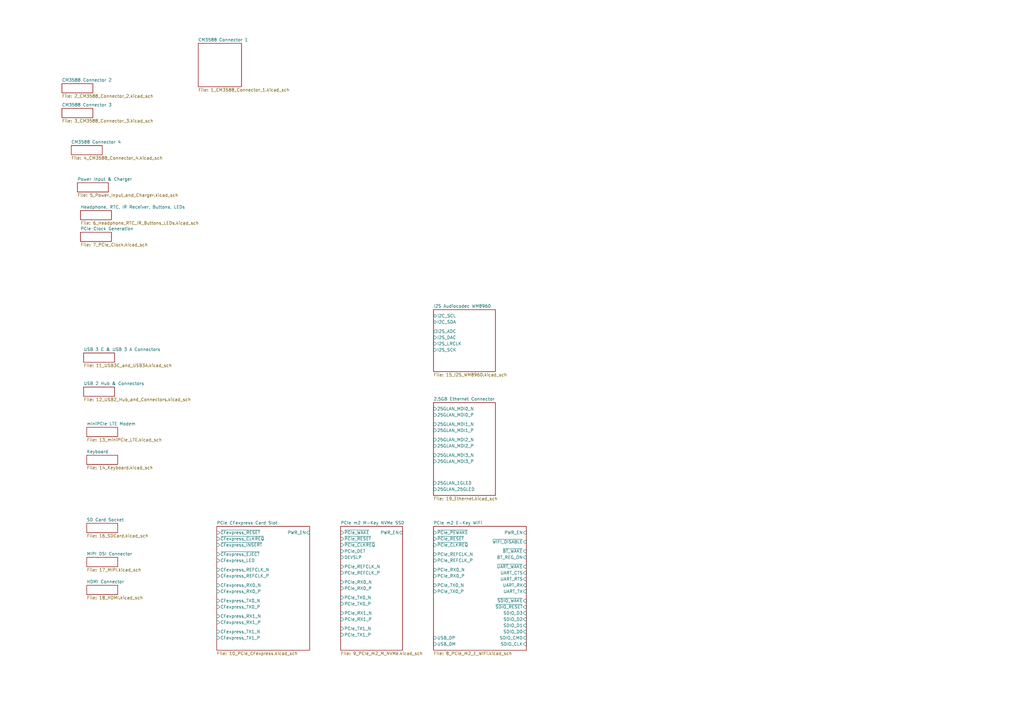
<source format=kicad_sch>
(kicad_sch
	(version 20250114)
	(generator "eeschema")
	(generator_version "9.0")
	(uuid "e8df7ad4-0398-46fe-8df2-22f014c5f1dd")
	(paper "A3")
	(lib_symbols)
	(sheet
		(at 31.75 74.93)
		(size 12.7 3.81)
		(exclude_from_sim no)
		(in_bom yes)
		(on_board yes)
		(dnp no)
		(fields_autoplaced yes)
		(stroke
			(width 0.1524)
			(type solid)
		)
		(fill
			(color 0 0 0 0.0000)
		)
		(uuid "07fa1f4a-4f08-4a00-b91a-2935c9cd6246")
		(property "Sheetname" "Power Input & Charger"
			(at 31.75 74.2184 0)
			(effects
				(font
					(size 1.27 1.27)
				)
				(justify left bottom)
			)
		)
		(property "Sheetfile" "5_Power_Input_and_Charger.kicad_sch"
			(at 31.75 79.3246 0)
			(effects
				(font
					(size 1.27 1.27)
				)
				(justify left top)
			)
		)
		(instances
			(project "mainboard"
				(path "/e8df7ad4-0398-46fe-8df2-22f014c5f1dd"
					(page "5")
				)
			)
		)
	)
	(sheet
		(at 81.28 17.78)
		(size 17.78 17.78)
		(exclude_from_sim no)
		(in_bom yes)
		(on_board yes)
		(dnp no)
		(fields_autoplaced yes)
		(stroke
			(width 0.1524)
			(type solid)
		)
		(fill
			(color 0 0 0 0.0000)
		)
		(uuid "179b20ca-7cf4-4c76-8c3b-b8b4c6c25c72")
		(property "Sheetname" "CM3588 Connector 1"
			(at 81.28 17.0684 0)
			(effects
				(font
					(size 1.27 1.27)
				)
				(justify left bottom)
			)
		)
		(property "Sheetfile" "1_CM3588_Connector_1.kicad_sch"
			(at 81.28 36.1446 0)
			(effects
				(font
					(size 1.27 1.27)
				)
				(justify left top)
			)
		)
		(instances
			(project "mainboard"
				(path "/e8df7ad4-0398-46fe-8df2-22f014c5f1dd"
					(page "1")
				)
			)
		)
	)
	(sheet
		(at 35.56 240.03)
		(size 12.7 3.81)
		(exclude_from_sim no)
		(in_bom yes)
		(on_board yes)
		(dnp no)
		(fields_autoplaced yes)
		(stroke
			(width 0.1524)
			(type solid)
		)
		(fill
			(color 0 0 0 0.0000)
		)
		(uuid "18d9dc9f-f158-4b8c-8c03-4e0e0e17c019")
		(property "Sheetname" "HDMI Connector"
			(at 35.56 239.3184 0)
			(effects
				(font
					(size 1.27 1.27)
				)
				(justify left bottom)
			)
		)
		(property "Sheetfile" "18_HDMI.kicad_sch"
			(at 35.56 244.4246 0)
			(effects
				(font
					(size 1.27 1.27)
				)
				(justify left top)
			)
		)
		(instances
			(project "mainboard"
				(path "/e8df7ad4-0398-46fe-8df2-22f014c5f1dd"
					(page "18")
				)
			)
		)
	)
	(sheet
		(at 33.02 95.25)
		(size 12.7 3.81)
		(exclude_from_sim no)
		(in_bom yes)
		(on_board yes)
		(dnp no)
		(fields_autoplaced yes)
		(stroke
			(width 0.1524)
			(type solid)
		)
		(fill
			(color 0 0 0 0.0000)
		)
		(uuid "484c6dee-af44-4b63-a825-46ce928312ff")
		(property "Sheetname" "PCIe Clock Generation"
			(at 33.02 94.5384 0)
			(effects
				(font
					(size 1.27 1.27)
				)
				(justify left bottom)
			)
		)
		(property "Sheetfile" "7_PCIe_Clock.kicad_sch"
			(at 33.02 99.6446 0)
			(effects
				(font
					(size 1.27 1.27)
				)
				(justify left top)
			)
		)
		(instances
			(project "mainboard"
				(path "/e8df7ad4-0398-46fe-8df2-22f014c5f1dd"
					(page "7")
				)
			)
		)
	)
	(sheet
		(at 139.7 215.9)
		(size 25.4 50.8)
		(exclude_from_sim no)
		(in_bom yes)
		(on_board yes)
		(dnp no)
		(fields_autoplaced yes)
		(stroke
			(width 0.1524)
			(type solid)
		)
		(fill
			(color 0 0 0 0.0000)
		)
		(uuid "6669fa1e-f015-4347-b375-5371b2a452c4")
		(property "Sheetname" "PCIe m2 M-Key NVMe SSD"
			(at 139.7 215.1884 0)
			(effects
				(font
					(size 1.27 1.27)
				)
				(justify left bottom)
			)
		)
		(property "Sheetfile" "9_PCIe_m2_M_NVMe.kicad_sch"
			(at 139.7 267.2846 0)
			(effects
				(font
					(size 1.27 1.27)
				)
				(justify left top)
			)
		)
		(pin "DEVSLP" input
			(at 139.7 228.6 180)
			(uuid "8250a307-5bfc-45cd-bcc1-a8e3b110935a")
			(effects
				(font
					(size 1.27 1.27)
				)
				(justify left)
			)
		)
		(pin "PCIe_DET" input
			(at 139.7 226.06 180)
			(uuid "5d36ab89-ee9c-45f1-9c8f-411f04604c30")
			(effects
				(font
					(size 1.27 1.27)
				)
				(justify left)
			)
		)
		(pin "PCIe_REFCLK_N" input
			(at 139.7 232.41 180)
			(uuid "456707b3-ef8a-449b-b780-e7ea84c2fe0f")
			(effects
				(font
					(size 1.27 1.27)
				)
				(justify left)
			)
		)
		(pin "PCIe_REFCLK_P" input
			(at 139.7 234.95 180)
			(uuid "3a6e22a8-1c33-4ccb-8634-0656c7ed4f73")
			(effects
				(font
					(size 1.27 1.27)
				)
				(justify left)
			)
		)
		(pin "PCIe_RX0_N" input
			(at 139.7 238.76 180)
			(uuid "b36f63ee-dda5-4273-8749-7e370dc55816")
			(effects
				(font
					(size 1.27 1.27)
				)
				(justify left)
			)
		)
		(pin "PCIe_RX0_P" input
			(at 139.7 241.3 180)
			(uuid "79078436-955e-4ba2-b5e9-f0115e164c7e")
			(effects
				(font
					(size 1.27 1.27)
				)
				(justify left)
			)
		)
		(pin "PCIe_RX1_N" input
			(at 139.7 251.46 180)
			(uuid "ab0b778b-3805-4636-8b20-f9d4a643390a")
			(effects
				(font
					(size 1.27 1.27)
				)
				(justify left)
			)
		)
		(pin "PCIe_RX1_P" input
			(at 139.7 254 180)
			(uuid "e44f8fa1-d1ae-449a-b73e-ebcffea75acf")
			(effects
				(font
					(size 1.27 1.27)
				)
				(justify left)
			)
		)
		(pin "PCIe_TX0_N" input
			(at 139.7 245.11 180)
			(uuid "8df59557-ebe2-4399-86e1-76227324d036")
			(effects
				(font
					(size 1.27 1.27)
				)
				(justify left)
			)
		)
		(pin "PCIe_TX0_P" input
			(at 139.7 247.65 180)
			(uuid "a3983adb-1f39-45d9-9b6c-038ef2f9cafd")
			(effects
				(font
					(size 1.27 1.27)
				)
				(justify left)
			)
		)
		(pin "PCIe_TX1_N" input
			(at 139.7 257.81 180)
			(uuid "812bc123-58af-4285-8223-066e31c940f8")
			(effects
				(font
					(size 1.27 1.27)
				)
				(justify left)
			)
		)
		(pin "PCIe_TX1_P" input
			(at 139.7 260.35 180)
			(uuid "5b162702-1ec8-4c70-9286-ab9a493e8c20")
			(effects
				(font
					(size 1.27 1.27)
				)
				(justify left)
			)
		)
		(pin "~{PCIe_CLKREQ}" input
			(at 139.7 223.52 180)
			(uuid "2fdb73b0-335b-4c65-a8b9-7614e14944c7")
			(effects
				(font
					(size 1.27 1.27)
				)
				(justify left)
			)
		)
		(pin "~{PCIe_RESET}" input
			(at 139.7 220.98 180)
			(uuid "2235e878-ea99-4ca6-8bc4-70d78ace0891")
			(effects
				(font
					(size 1.27 1.27)
				)
				(justify left)
			)
		)
		(pin "~{PCIe_WAKE}" input
			(at 139.7 218.44 180)
			(uuid "c7155c23-faf8-4a14-b0f7-6850aad77b01")
			(effects
				(font
					(size 1.27 1.27)
				)
				(justify left)
			)
		)
		(pin "PWR_EN" input
			(at 165.1 218.44 0)
			(uuid "5f32886c-3a2e-49d3-9f05-969676369bbf")
			(effects
				(font
					(size 1.27 1.27)
				)
				(justify right)
			)
		)
		(instances
			(project "mainboard"
				(path "/e8df7ad4-0398-46fe-8df2-22f014c5f1dd"
					(page "9")
				)
			)
		)
	)
	(sheet
		(at 25.4 44.45)
		(size 12.7 3.81)
		(exclude_from_sim no)
		(in_bom yes)
		(on_board yes)
		(dnp no)
		(fields_autoplaced yes)
		(stroke
			(width 0.1524)
			(type solid)
		)
		(fill
			(color 0 0 0 0.0000)
		)
		(uuid "68a2b222-807f-4ee1-877f-9299e0573b20")
		(property "Sheetname" "CM3588 Connector 3"
			(at 25.4 43.7384 0)
			(effects
				(font
					(size 1.27 1.27)
				)
				(justify left bottom)
			)
		)
		(property "Sheetfile" "3_CM3588_Connector_3.kicad_sch"
			(at 25.4 48.8446 0)
			(effects
				(font
					(size 1.27 1.27)
				)
				(justify left top)
			)
		)
		(instances
			(project "mainboard"
				(path "/e8df7ad4-0398-46fe-8df2-22f014c5f1dd"
					(page "3")
				)
			)
		)
	)
	(sheet
		(at 35.56 175.26)
		(size 12.7 3.81)
		(exclude_from_sim no)
		(in_bom yes)
		(on_board yes)
		(dnp no)
		(fields_autoplaced yes)
		(stroke
			(width 0.1524)
			(type solid)
		)
		(fill
			(color 0 0 0 0.0000)
		)
		(uuid "8644110b-fd44-4bf7-8252-8da3b2442694")
		(property "Sheetname" "miniPCIe LTE Modem"
			(at 35.56 174.5484 0)
			(effects
				(font
					(size 1.27 1.27)
				)
				(justify left bottom)
			)
		)
		(property "Sheetfile" "13_miniPCIe_LTE.kicad_sch"
			(at 35.56 179.6546 0)
			(effects
				(font
					(size 1.27 1.27)
				)
				(justify left top)
			)
		)
		(instances
			(project "mainboard"
				(path "/e8df7ad4-0398-46fe-8df2-22f014c5f1dd"
					(page "13")
				)
			)
		)
	)
	(sheet
		(at 35.56 214.63)
		(size 12.7 3.81)
		(exclude_from_sim no)
		(in_bom yes)
		(on_board yes)
		(dnp no)
		(fields_autoplaced yes)
		(stroke
			(width 0.1524)
			(type solid)
		)
		(fill
			(color 0 0 0 0.0000)
		)
		(uuid "8986aa19-15b1-4e69-80f7-caad2369fd75")
		(property "Sheetname" "SD Card Socket"
			(at 35.56 213.9184 0)
			(effects
				(font
					(size 1.27 1.27)
				)
				(justify left bottom)
			)
		)
		(property "Sheetfile" "16_SDCard.kicad_sch"
			(at 35.56 219.0246 0)
			(effects
				(font
					(size 1.27 1.27)
				)
				(justify left top)
			)
		)
		(instances
			(project "mainboard"
				(path "/e8df7ad4-0398-46fe-8df2-22f014c5f1dd"
					(page "16")
				)
			)
		)
	)
	(sheet
		(at 34.29 158.75)
		(size 12.7 3.81)
		(exclude_from_sim no)
		(in_bom yes)
		(on_board yes)
		(dnp no)
		(fields_autoplaced yes)
		(stroke
			(width 0.1524)
			(type solid)
		)
		(fill
			(color 0 0 0 0.0000)
		)
		(uuid "8cfb5e11-a71f-45fa-8675-4058f56774f6")
		(property "Sheetname" "USB 2 Hub & Connectors"
			(at 34.29 158.0384 0)
			(effects
				(font
					(size 1.27 1.27)
				)
				(justify left bottom)
			)
		)
		(property "Sheetfile" "12_USB2_Hub_and_Connectors.kicad_sch"
			(at 34.29 163.1446 0)
			(effects
				(font
					(size 1.27 1.27)
				)
				(justify left top)
			)
		)
		(instances
			(project "mainboard"
				(path "/e8df7ad4-0398-46fe-8df2-22f014c5f1dd"
					(page "12")
				)
			)
		)
	)
	(sheet
		(at 35.56 228.6)
		(size 12.7 3.81)
		(exclude_from_sim no)
		(in_bom yes)
		(on_board yes)
		(dnp no)
		(fields_autoplaced yes)
		(stroke
			(width 0.1524)
			(type solid)
		)
		(fill
			(color 0 0 0 0.0000)
		)
		(uuid "92c68f36-3049-4ded-92bc-6a7d51e36adb")
		(property "Sheetname" "MIPI DSI Connector"
			(at 35.56 227.8884 0)
			(effects
				(font
					(size 1.27 1.27)
				)
				(justify left bottom)
			)
		)
		(property "Sheetfile" "17_MIPI.kicad_sch"
			(at 35.56 232.9946 0)
			(effects
				(font
					(size 1.27 1.27)
				)
				(justify left top)
			)
		)
		(instances
			(project "mainboard"
				(path "/e8df7ad4-0398-46fe-8df2-22f014c5f1dd"
					(page "17")
				)
			)
		)
	)
	(sheet
		(at 29.21 59.69)
		(size 12.7 3.81)
		(exclude_from_sim no)
		(in_bom yes)
		(on_board yes)
		(dnp no)
		(fields_autoplaced yes)
		(stroke
			(width 0.1524)
			(type solid)
		)
		(fill
			(color 0 0 0 0.0000)
		)
		(uuid "98643362-4360-4082-9fcf-14e673c38aa5")
		(property "Sheetname" "CM3588 Connector 4"
			(at 29.21 58.9784 0)
			(effects
				(font
					(size 1.27 1.27)
				)
				(justify left bottom)
			)
		)
		(property "Sheetfile" "4_CM3588_Connector_4.kicad_sch"
			(at 29.21 64.0846 0)
			(effects
				(font
					(size 1.27 1.27)
				)
				(justify left top)
			)
		)
		(instances
			(project "mainboard"
				(path "/e8df7ad4-0398-46fe-8df2-22f014c5f1dd"
					(page "4")
				)
			)
		)
	)
	(sheet
		(at 177.8 165.1)
		(size 25.4 38.1)
		(exclude_from_sim no)
		(in_bom yes)
		(on_board yes)
		(dnp no)
		(fields_autoplaced yes)
		(stroke
			(width 0.1524)
			(type solid)
		)
		(fill
			(color 0 0 0 0.0000)
		)
		(uuid "a5e27188-7231-4ab7-9c42-d430df737766")
		(property "Sheetname" "2.5GB Ethernet Connector"
			(at 177.8 164.3884 0)
			(effects
				(font
					(size 1.27 1.27)
				)
				(justify left bottom)
			)
		)
		(property "Sheetfile" "19_Ethernet.kicad_sch"
			(at 177.8 203.7846 0)
			(effects
				(font
					(size 1.27 1.27)
				)
				(justify left top)
			)
		)
		(pin "25GLAN_1GLED" input
			(at 177.8 198.12 180)
			(uuid "ea970541-ad9d-4d0d-8547-911cd1b37aa9")
			(effects
				(font
					(size 1.27 1.27)
				)
				(justify left)
			)
		)
		(pin "25GLAN_25GLED" input
			(at 177.8 200.66 180)
			(uuid "24cd0925-74b4-4560-a33f-7ae7e76c3a3e")
			(effects
				(font
					(size 1.27 1.27)
				)
				(justify left)
			)
		)
		(pin "25GLAN_MDI0_N" input
			(at 177.8 167.64 180)
			(uuid "f4af2d9b-10aa-40d9-9350-e6784521ac08")
			(effects
				(font
					(size 1.27 1.27)
				)
				(justify left)
			)
		)
		(pin "25GLAN_MDI0_P" input
			(at 177.8 170.18 180)
			(uuid "8dc62061-0699-45aa-8299-c65240602a1a")
			(effects
				(font
					(size 1.27 1.27)
				)
				(justify left)
			)
		)
		(pin "25GLAN_MDI1_N" input
			(at 177.8 173.99 180)
			(uuid "43d26a30-eace-40b0-aa03-d92c1c451f27")
			(effects
				(font
					(size 1.27 1.27)
				)
				(justify left)
			)
		)
		(pin "25GLAN_MDI1_P" input
			(at 177.8 176.53 180)
			(uuid "be8f7c3b-1e68-430d-85c9-d46a41f163fc")
			(effects
				(font
					(size 1.27 1.27)
				)
				(justify left)
			)
		)
		(pin "25GLAN_MDI2_N" input
			(at 177.8 180.34 180)
			(uuid "d967f382-784f-41fb-b4e8-dee48dc0690a")
			(effects
				(font
					(size 1.27 1.27)
				)
				(justify left)
			)
		)
		(pin "25GLAN_MDI2_P" input
			(at 177.8 182.88 180)
			(uuid "c38142cb-b0fb-4b38-9cc8-5fc01535ef0e")
			(effects
				(font
					(size 1.27 1.27)
				)
				(justify left)
			)
		)
		(pin "25GLAN_MDI3_N" input
			(at 177.8 186.69 180)
			(uuid "f5e953cf-b5bc-460c-a839-2c64b5e03602")
			(effects
				(font
					(size 1.27 1.27)
				)
				(justify left)
			)
		)
		(pin "25GLAN_MDI3_P" input
			(at 177.8 189.23 180)
			(uuid "f14274d4-a744-4264-9042-6c9ae352287b")
			(effects
				(font
					(size 1.27 1.27)
				)
				(justify left)
			)
		)
		(instances
			(project "mainboard"
				(path "/e8df7ad4-0398-46fe-8df2-22f014c5f1dd"
					(page "19")
				)
			)
		)
	)
	(sheet
		(at 177.8 215.9)
		(size 38.1 50.8)
		(exclude_from_sim no)
		(in_bom yes)
		(on_board yes)
		(dnp no)
		(fields_autoplaced yes)
		(stroke
			(width 0.1524)
			(type solid)
		)
		(fill
			(color 0 0 0 0.0000)
		)
		(uuid "a6c4e84f-5700-4370-a676-0959800a711a")
		(property "Sheetname" "PCIe m2 E-Key WiFi"
			(at 177.8 215.1884 0)
			(effects
				(font
					(size 1.27 1.27)
				)
				(justify left bottom)
			)
		)
		(property "Sheetfile" "8_PCIe_m2_E_WiFi.kicad_sch"
			(at 177.8 267.2846 0)
			(effects
				(font
					(size 1.27 1.27)
				)
				(justify left top)
			)
		)
		(pin "BT_REG_ON" input
			(at 215.9 228.6 0)
			(uuid "a419b7ef-d2ce-48c8-9df0-fcf1a3ee2669")
			(effects
				(font
					(size 1.27 1.27)
				)
				(justify right)
			)
		)
		(pin "PCIe_REFCLK_N" input
			(at 177.8 227.33 180)
			(uuid "ca33330a-3ba5-40ef-bc00-d2d7c19c15d3")
			(effects
				(font
					(size 1.27 1.27)
				)
				(justify left)
			)
		)
		(pin "PCIe_REFCLK_P" input
			(at 177.8 229.87 180)
			(uuid "61da3f16-0238-4bb8-a176-9311cc4d7c2b")
			(effects
				(font
					(size 1.27 1.27)
				)
				(justify left)
			)
		)
		(pin "PCIe_RX0_N" input
			(at 177.8 233.68 180)
			(uuid "8228758c-c887-4d14-aa2c-d1df368fa549")
			(effects
				(font
					(size 1.27 1.27)
				)
				(justify left)
			)
		)
		(pin "PCIe_RX0_P" input
			(at 177.8 236.22 180)
			(uuid "dfc69cb8-e98f-4d79-8e62-5d3b37eecdea")
			(effects
				(font
					(size 1.27 1.27)
				)
				(justify left)
			)
		)
		(pin "PCIe_TX0_N" input
			(at 177.8 240.03 180)
			(uuid "78154470-766a-439c-8d1c-92322baaa908")
			(effects
				(font
					(size 1.27 1.27)
				)
				(justify left)
			)
		)
		(pin "PCIe_TX0_P" input
			(at 177.8 242.57 180)
			(uuid "503d3434-3c92-4a17-8739-9187ca703ca5")
			(effects
				(font
					(size 1.27 1.27)
				)
				(justify left)
			)
		)
		(pin "PWR_EN" input
			(at 215.9 218.44 0)
			(uuid "a7721f1a-3755-4947-91e0-d0b49bc47497")
			(effects
				(font
					(size 1.27 1.27)
				)
				(justify right)
			)
		)
		(pin "SDIO_CLK" input
			(at 215.9 264.16 0)
			(uuid "89183d58-0cbf-45e9-998f-97e595956f39")
			(effects
				(font
					(size 1.27 1.27)
				)
				(justify right)
			)
		)
		(pin "SDIO_CMD" input
			(at 215.9 261.62 0)
			(uuid "3bb7f4f1-9a71-4b78-b11b-4ca417f19018")
			(effects
				(font
					(size 1.27 1.27)
				)
				(justify right)
			)
		)
		(pin "SDIO_D0" input
			(at 215.9 259.08 0)
			(uuid "499148c3-e452-4ed6-b36a-c0e2089c3a94")
			(effects
				(font
					(size 1.27 1.27)
				)
				(justify right)
			)
		)
		(pin "SDIO_D1" input
			(at 215.9 256.54 0)
			(uuid "1400c6b0-63da-4346-9fb5-4902b32a7de9")
			(effects
				(font
					(size 1.27 1.27)
				)
				(justify right)
			)
		)
		(pin "SDIO_D2" input
			(at 215.9 254 0)
			(uuid "37efb270-c9d5-4b1b-be84-7619150bb51b")
			(effects
				(font
					(size 1.27 1.27)
				)
				(justify right)
			)
		)
		(pin "SDIO_D3" input
			(at 215.9 251.46 0)
			(uuid "1dee3050-9556-46d2-a108-a109e34b8695")
			(effects
				(font
					(size 1.27 1.27)
				)
				(justify right)
			)
		)
		(pin "UART_CTS" input
			(at 215.9 234.95 0)
			(uuid "b651bca2-48fb-403b-8841-d46b695d6cfc")
			(effects
				(font
					(size 1.27 1.27)
				)
				(justify right)
			)
		)
		(pin "UART_RTS" input
			(at 215.9 237.49 0)
			(uuid "178e3ca4-fb21-4b7a-a25a-558444f803c6")
			(effects
				(font
					(size 1.27 1.27)
				)
				(justify right)
			)
		)
		(pin "UART_RX" input
			(at 215.9 240.03 0)
			(uuid "2f9ac340-3503-4c65-8831-74bdd8592184")
			(effects
				(font
					(size 1.27 1.27)
				)
				(justify right)
			)
		)
		(pin "UART_TX" input
			(at 215.9 242.57 0)
			(uuid "1c71a551-eee1-48d4-b955-f9bc9aa211b6")
			(effects
				(font
					(size 1.27 1.27)
				)
				(justify right)
			)
		)
		(pin "USB_DM" input
			(at 177.8 264.16 180)
			(uuid "c0331a03-48c8-4488-8c45-a89ec165729c")
			(effects
				(font
					(size 1.27 1.27)
				)
				(justify left)
			)
		)
		(pin "USB_DP" input
			(at 177.8 261.62 180)
			(uuid "acb8ba47-8f80-4fa0-be1d-36d1669db348")
			(effects
				(font
					(size 1.27 1.27)
				)
				(justify left)
			)
		)
		(pin "~{BT_WAKE}" input
			(at 215.9 226.06 0)
			(uuid "a216ab39-c948-4b57-9a98-3bd3e87d2e01")
			(effects
				(font
					(size 1.27 1.27)
				)
				(justify right)
			)
		)
		(pin "~{PCIe_CLKREQ}" input
			(at 177.8 223.52 180)
			(uuid "4bff014c-8b0d-48a3-b158-8f9f6e4951ad")
			(effects
				(font
					(size 1.27 1.27)
				)
				(justify left)
			)
		)
		(pin "~{PCIe_PEWAKE}" input
			(at 177.8 218.44 180)
			(uuid "d7264f83-4ba1-489e-9a91-27a7834d0ff4")
			(effects
				(font
					(size 1.27 1.27)
				)
				(justify left)
			)
		)
		(pin "~{PCIe_RESET}" input
			(at 177.8 220.98 180)
			(uuid "b58f351d-6c24-407f-a647-c139a0292561")
			(effects
				(font
					(size 1.27 1.27)
				)
				(justify left)
			)
		)
		(pin "~{SDIO_RESET}" input
			(at 215.9 248.92 0)
			(uuid "dee584bb-8033-4eeb-b90d-86d151453088")
			(effects
				(font
					(size 1.27 1.27)
				)
				(justify right)
			)
		)
		(pin "~{SDIO_WAKE}" input
			(at 215.9 246.38 0)
			(uuid "ddb31367-03bd-4df6-b0ba-7254b66df4d9")
			(effects
				(font
					(size 1.27 1.27)
				)
				(justify right)
			)
		)
		(pin "~{UART_WAKE}" input
			(at 215.9 232.41 0)
			(uuid "ed4b98d1-e965-49cc-8add-ab57c8718b2c")
			(effects
				(font
					(size 1.27 1.27)
				)
				(justify right)
			)
		)
		(pin "~{WIFI_DISABLE}" input
			(at 215.9 222.25 0)
			(uuid "20ceb7d5-05bb-4826-b8b7-95f4ba3358d9")
			(effects
				(font
					(size 1.27 1.27)
				)
				(justify right)
			)
		)
		(instances
			(project "mainboard"
				(path "/e8df7ad4-0398-46fe-8df2-22f014c5f1dd"
					(page "8")
				)
			)
		)
	)
	(sheet
		(at 177.8 127)
		(size 25.4 25.4)
		(exclude_from_sim no)
		(in_bom yes)
		(on_board yes)
		(dnp no)
		(fields_autoplaced yes)
		(stroke
			(width 0.1524)
			(type solid)
		)
		(fill
			(color 0 0 0 0.0000)
		)
		(uuid "b257af20-c8e7-4b15-a490-5e02f5f9fd5b")
		(property "Sheetname" "I2S Audiocodec WM8960"
			(at 177.8 126.2884 0)
			(effects
				(font
					(size 1.27 1.27)
				)
				(justify left bottom)
			)
		)
		(property "Sheetfile" "15_I2S_WM8960.kicad_sch"
			(at 177.8 152.9846 0)
			(effects
				(font
					(size 1.27 1.27)
				)
				(justify left top)
			)
		)
		(pin "I2C_SCL" bidirectional
			(at 177.8 129.54 180)
			(uuid "979cdd8e-a106-445d-b8a7-48f177e59667")
			(effects
				(font
					(size 1.27 1.27)
				)
				(justify left)
			)
		)
		(pin "I2C_SDA" bidirectional
			(at 177.8 132.08 180)
			(uuid "282c9627-54b5-4aa2-bee8-89a08e502522")
			(effects
				(font
					(size 1.27 1.27)
				)
				(justify left)
			)
		)
		(pin "I2S_ADC" output
			(at 177.8 135.89 180)
			(uuid "a05cbe98-0618-446b-883e-d0c320231d4f")
			(effects
				(font
					(size 1.27 1.27)
				)
				(justify left)
			)
		)
		(pin "I2S_DAC" input
			(at 177.8 138.43 180)
			(uuid "b2c31b22-7b40-4714-bd58-1e419d037485")
			(effects
				(font
					(size 1.27 1.27)
				)
				(justify left)
			)
		)
		(pin "I2S_LRCLK" input
			(at 177.8 140.97 180)
			(uuid "db7ee098-c218-4701-9252-75e9f0dd2637")
			(effects
				(font
					(size 1.27 1.27)
				)
				(justify left)
			)
		)
		(pin "I2S_SCK" input
			(at 177.8 143.51 180)
			(uuid "29494526-8279-4f0f-9c50-01e51fd57fc1")
			(effects
				(font
					(size 1.27 1.27)
				)
				(justify left)
			)
		)
		(instances
			(project "mainboard"
				(path "/e8df7ad4-0398-46fe-8df2-22f014c5f1dd"
					(page "15")
				)
			)
		)
	)
	(sheet
		(at 34.29 144.78)
		(size 12.7 3.81)
		(exclude_from_sim no)
		(in_bom yes)
		(on_board yes)
		(dnp no)
		(fields_autoplaced yes)
		(stroke
			(width 0.1524)
			(type solid)
		)
		(fill
			(color 0 0 0 0.0000)
		)
		(uuid "b40728d0-bb26-4ad0-892e-a0f99316494b")
		(property "Sheetname" "USB 3 C & USB 3 A Connectors"
			(at 34.29 144.0684 0)
			(effects
				(font
					(size 1.27 1.27)
				)
				(justify left bottom)
			)
		)
		(property "Sheetfile" "11_USB3C_and_USB3A.kicad_sch"
			(at 34.29 149.1746 0)
			(effects
				(font
					(size 1.27 1.27)
				)
				(justify left top)
			)
		)
		(instances
			(project "mainboard"
				(path "/e8df7ad4-0398-46fe-8df2-22f014c5f1dd"
					(page "11")
				)
			)
		)
	)
	(sheet
		(at 35.56 186.69)
		(size 12.7 3.81)
		(exclude_from_sim no)
		(in_bom yes)
		(on_board yes)
		(dnp no)
		(fields_autoplaced yes)
		(stroke
			(width 0.1524)
			(type solid)
		)
		(fill
			(color 0 0 0 0.0000)
		)
		(uuid "b53c68d6-890a-48ca-a848-4e830d0e96f7")
		(property "Sheetname" "Keyboard"
			(at 35.56 185.9784 0)
			(effects
				(font
					(size 1.27 1.27)
				)
				(justify left bottom)
			)
		)
		(property "Sheetfile" "14_Keyboard.kicad_sch"
			(at 35.56 191.0846 0)
			(effects
				(font
					(size 1.27 1.27)
				)
				(justify left top)
			)
		)
		(instances
			(project "mainboard"
				(path "/e8df7ad4-0398-46fe-8df2-22f014c5f1dd"
					(page "14")
				)
			)
		)
	)
	(sheet
		(at 25.4 34.29)
		(size 12.7 3.81)
		(exclude_from_sim no)
		(in_bom yes)
		(on_board yes)
		(dnp no)
		(fields_autoplaced yes)
		(stroke
			(width 0.1524)
			(type solid)
		)
		(fill
			(color 0 0 0 0.0000)
		)
		(uuid "bcd9a7a9-7c30-4b20-85c5-75455db96f45")
		(property "Sheetname" "CM3588 Connector 2"
			(at 25.4 33.5784 0)
			(effects
				(font
					(size 1.27 1.27)
				)
				(justify left bottom)
			)
		)
		(property "Sheetfile" "2_CM3588_Connector_2.kicad_sch"
			(at 25.4 38.6846 0)
			(effects
				(font
					(size 1.27 1.27)
				)
				(justify left top)
			)
		)
		(instances
			(project "mainboard"
				(path "/e8df7ad4-0398-46fe-8df2-22f014c5f1dd"
					(page "2")
				)
			)
		)
	)
	(sheet
		(at 33.02 86.36)
		(size 12.7 3.81)
		(exclude_from_sim no)
		(in_bom yes)
		(on_board yes)
		(dnp no)
		(fields_autoplaced yes)
		(stroke
			(width 0.1524)
			(type solid)
		)
		(fill
			(color 0 0 0 0.0000)
		)
		(uuid "c1c653fe-8be5-421f-be33-d886be37e0a5")
		(property "Sheetname" "Headphone, RTC, IR Receiver, Buttons, LEDs"
			(at 33.02 85.6484 0)
			(effects
				(font
					(size 1.27 1.27)
				)
				(justify left bottom)
			)
		)
		(property "Sheetfile" "6_Headphone_RTC_IR_Buttons_LEDs.kicad_sch"
			(at 33.02 90.7546 0)
			(effects
				(font
					(size 1.27 1.27)
				)
				(justify left top)
			)
		)
		(instances
			(project "mainboard"
				(path "/e8df7ad4-0398-46fe-8df2-22f014c5f1dd"
					(page "6")
				)
			)
		)
	)
	(sheet
		(at 88.9 215.9)
		(size 38.1 50.8)
		(exclude_from_sim no)
		(in_bom yes)
		(on_board yes)
		(dnp no)
		(fields_autoplaced yes)
		(stroke
			(width 0.1524)
			(type solid)
		)
		(fill
			(color 0 0 0 0.0000)
		)
		(uuid "e7fb8ba8-ec6e-4e12-955d-f90b904d700b")
		(property "Sheetname" "PCIe CFexpress Card Slot"
			(at 88.9 215.1884 0)
			(effects
				(font
					(size 1.27 1.27)
				)
				(justify left bottom)
			)
		)
		(property "Sheetfile" "10_PCIe_CFexpress.kicad_sch"
			(at 88.9 267.2846 0)
			(effects
				(font
					(size 1.27 1.27)
				)
				(justify left top)
			)
		)
		(pin "CFexpress_LED" input
			(at 88.9 229.87 180)
			(uuid "7f20fd53-5c32-46c7-b616-9394b4b3e450")
			(effects
				(font
					(size 1.27 1.27)
				)
				(justify left)
			)
		)
		(pin "CFexpress_REFCLK_N" input
			(at 88.9 233.68 180)
			(uuid "7e10c469-c2e8-4fbc-bf63-6def32290df0")
			(effects
				(font
					(size 1.27 1.27)
				)
				(justify left)
			)
		)
		(pin "CFexpress_REFCLK_P" input
			(at 88.9 236.22 180)
			(uuid "80328fbd-27ed-4350-b2df-5d329539f5d0")
			(effects
				(font
					(size 1.27 1.27)
				)
				(justify left)
			)
		)
		(pin "CFexpress_RX0_N" input
			(at 88.9 240.03 180)
			(uuid "49e4fc59-f62d-4421-b763-532a156bf865")
			(effects
				(font
					(size 1.27 1.27)
				)
				(justify left)
			)
		)
		(pin "CFexpress_RX0_P" input
			(at 88.9 242.57 180)
			(uuid "7c7c7e1f-908c-4b2b-8902-8a5360534190")
			(effects
				(font
					(size 1.27 1.27)
				)
				(justify left)
			)
		)
		(pin "CFexpress_RX1_N" input
			(at 88.9 252.73 180)
			(uuid "cb54363a-bc1f-465d-94e8-91913d6b4ed9")
			(effects
				(font
					(size 1.27 1.27)
				)
				(justify left)
			)
		)
		(pin "CFexpress_RX1_P" input
			(at 88.9 255.27 180)
			(uuid "4b31b07c-8cde-4dc5-9e19-b1f99c03a64a")
			(effects
				(font
					(size 1.27 1.27)
				)
				(justify left)
			)
		)
		(pin "CFexpress_TX0_N" input
			(at 88.9 246.38 180)
			(uuid "10b39ea9-36d1-43c3-a67d-d821fbee7866")
			(effects
				(font
					(size 1.27 1.27)
				)
				(justify left)
			)
		)
		(pin "CFexpress_TX0_P" input
			(at 88.9 248.92 180)
			(uuid "ef0dc058-10cb-4ef3-bae6-cea37af5df9d")
			(effects
				(font
					(size 1.27 1.27)
				)
				(justify left)
			)
		)
		(pin "CFexpress_TX1_N" input
			(at 88.9 259.08 180)
			(uuid "6f464b3b-a1b2-4177-9975-08719072dda4")
			(effects
				(font
					(size 1.27 1.27)
				)
				(justify left)
			)
		)
		(pin "CFexpress_TX1_P" input
			(at 88.9 261.62 180)
			(uuid "93691a62-0368-4fb0-8b45-f5aa322d7f33")
			(effects
				(font
					(size 1.27 1.27)
				)
				(justify left)
			)
		)
		(pin "PWR_EN" input
			(at 127 218.44 0)
			(uuid "516b7fcc-9a5d-4115-9565-ec92c8d13f6f")
			(effects
				(font
					(size 1.27 1.27)
				)
				(justify right)
			)
		)
		(pin "~{CFexpress_CLKREQ}" input
			(at 88.9 220.98 180)
			(uuid "6fb83433-80e5-4f96-9cbb-b6eaa9df4008")
			(effects
				(font
					(size 1.27 1.27)
				)
				(justify left)
			)
		)
		(pin "~{CFexpress_EJECT}" input
			(at 88.9 227.33 180)
			(uuid "420f5366-b413-4ae5-a049-b67cdfcd3500")
			(effects
				(font
					(size 1.27 1.27)
				)
				(justify left)
			)
		)
		(pin "~{CFexpress_INSERT}" input
			(at 88.9 223.52 180)
			(uuid "78021add-48f5-4ec4-b090-055a8e694479")
			(effects
				(font
					(size 1.27 1.27)
				)
				(justify left)
			)
		)
		(pin "~{CFexpress_RESET}" input
			(at 88.9 218.44 180)
			(uuid "0218519a-c719-44e0-b0f8-848d386f7a95")
			(effects
				(font
					(size 1.27 1.27)
				)
				(justify left)
			)
		)
		(instances
			(project "mainboard"
				(path "/e8df7ad4-0398-46fe-8df2-22f014c5f1dd"
					(page "10")
				)
			)
		)
	)
	(sheet_instances
		(path "/"
			(page "0")
		)
	)
	(embedded_fonts no)
	(embedded_files
		(file
			(name "A3_ISO5457-1999_ISO7200-2004-compact_EN.kicad_wks")
			(type worksheet)
			(data |KLUv/WBhIyUiACaqeCUQrbgB3wq561/zHS4DZ1bsoBEJEmVkiIiIKJO/3MeAqqqGgFIBcQBqAGkA
				y90R8ouOsTYnc+DiJXsjuwQlLJgi8eqtbrelDURyRpvp0pweHzWF/ny+YrT5hzsWrE55JEb/4ZMy
				/U+Smp4nEmgyzbZKkGQ+lIePeNQ0dlYnD4EkXIIipmkOq09A1Vv8GaUq7xWjCvCV6fJEDy55KCas
				52J0IzT3AW8bcGw4yAWLH8Mtx5CNJWO5WDZLZrksIy8I13vtXLfGjPFarnv6S/7QSwT6qgKxFqMv
				TZFWaGOtJorR5i3esGDWt/jLn3C+6eZsc7LVqxeEvQzh9kYJ5ZOuSSYXS9lrcYwBPj3iU6PnAUmT
				hzc0rQ25tcYX4DzlEPVIQpU0UZU7AmLcBhlybNYMNtbYW8jKze3r9noZt11RIYvqlptBhqz7Whfy
				gswUP3ltVP/npymbVZdb42Z19WJhtHpW6C4sWJokl2ii4HzTzdYzAM1zmK1TECBgWBxXYxc0WI49
				R2u3DcZaQ20OfKyBFzeW01GZ43YQiPzuE4bmPN4mkZ4EZrFSVZBGJvV/tkEnwh2O3+tlPh5RVIVB
				Bzx6iDFXVf75qm2jLq8vOaXymAwei5gmRTEcr4tUiP/js/FY+0MKgUmowXBLRkSSpKCQ5vERIYgw
				W3UySAwDIRTDARlIMRhCIZJDAiIggiIkxCBjTgXmAwRYtcuOPfmcfE+UZp3iNJq0sGNgjzFCXpi1
				1JnEVh8YhGH6FRRskCwCdUxrSdKXaESAhBcT9B7vNZqYihTW45d4+WJK/8maE2nhs922Ehdik8p2
				KIBItOZsadcyeuTIoXTSwHaBULl8zL5Mq6y0VyE7+/ws/BJqyZAL/t1mVbRHodIbeGfsOnAVqxlp
				LreH/CjzWsWr/Q9CejwLZ9WLlm0AmJlUtJrRYtPBNIFPVMcypMxjFLLNxSRJWnyBTp4zBql26/9V
				M1dOuQYRGZjCtqSiyf7WNjQvhcCdteVlFFAgHqe/UYRosQMXJGoOqo0ztK9Adc0UpxL1vFtB7BC8
				toG+yKNFw8bJm72toMmoVumH7fvFefn8ze5//gJI+uYPLHcx9AbuLf+LdqQi7p+GHrH+iyPU+/UQ
				+n0VhHq+HkJ/r4JQ10sQyuss6E75+yBz7JaUnEhOLC3hhEwi4ByRBkoeEXGrmROTbhLT5B30Y+Iw
				eLixSl3p8iNeLYdBqw4hDlM9hhOl2hsnBxmEPoR3SFnmUw4iBDUwH5mT2afZv/70nLEIkrB0tUJP
				8Dp+DhSLnEV3/XoO5dseUOT0t8gnDjjYbz1iHBp3aUCv4SWbI1U5CWImEFlAuq/BTbDWUNSNwXzL
				aEyt9T1oeoQ+olH+W2P6Wr5S5lNY09aaoE8WtwOGWhBFuI0FTqaMfEFtSCVqV6LqeFPaRSg7PwFv
				65oXP5wdimnw5YX7tQinpqhUAQ==|
			)
			(checksum "390B5D6CBC7D9953924469EDACCB19C5")
		)
	)
)

</source>
